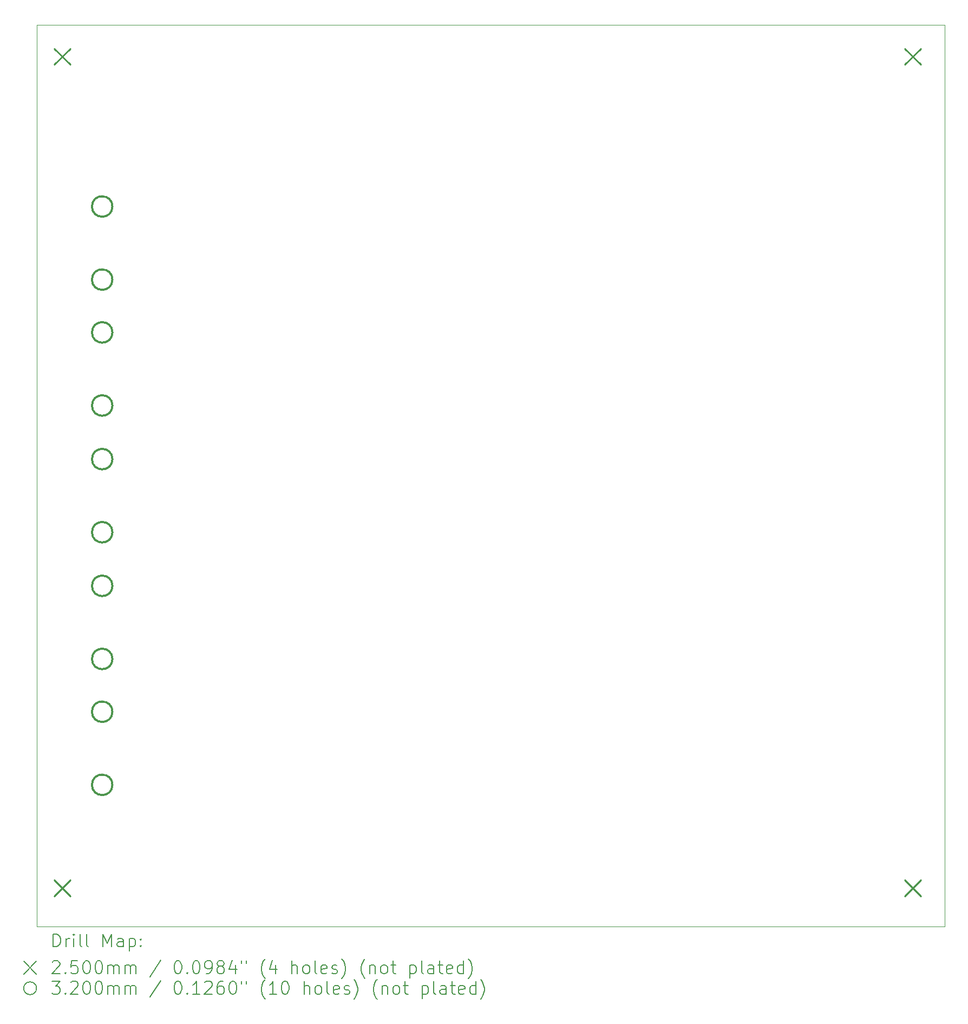
<source format=gbr>
%TF.GenerationSoftware,KiCad,Pcbnew,7.0.8*%
%TF.CreationDate,2023-12-11T18:28:23+01:00*%
%TF.ProjectId,stm_bob,73746d5f-626f-4622-9e6b-696361645f70,rev?*%
%TF.SameCoordinates,Original*%
%TF.FileFunction,Drillmap*%
%TF.FilePolarity,Positive*%
%FSLAX45Y45*%
G04 Gerber Fmt 4.5, Leading zero omitted, Abs format (unit mm)*
G04 Created by KiCad (PCBNEW 7.0.8) date 2023-12-11 18:28:23*
%MOMM*%
%LPD*%
G01*
G04 APERTURE LIST*
%ADD10C,0.100000*%
%ADD11C,0.200000*%
%ADD12C,0.250000*%
%ADD13C,0.320000*%
G04 APERTURE END LIST*
D10*
X2000000Y-3000000D02*
X16200000Y-3000000D01*
X16200000Y-17100000D01*
X2000000Y-17100000D01*
X2000000Y-3000000D01*
D11*
D12*
X2275000Y-3375000D02*
X2525000Y-3625000D01*
X2525000Y-3375000D02*
X2275000Y-3625000D01*
X2275000Y-16375000D02*
X2525000Y-16625000D01*
X2525000Y-16375000D02*
X2275000Y-16625000D01*
X15575000Y-3375000D02*
X15825000Y-3625000D01*
X15825000Y-3375000D02*
X15575000Y-3625000D01*
X15575000Y-16375000D02*
X15825000Y-16625000D01*
X15825000Y-16375000D02*
X15575000Y-16625000D01*
D13*
X3182600Y-5842000D02*
G75*
G03*
X3182600Y-5842000I-160000J0D01*
G01*
X3182600Y-6985000D02*
G75*
G03*
X3182600Y-6985000I-160000J0D01*
G01*
X3182600Y-7810500D02*
G75*
G03*
X3182600Y-7810500I-160000J0D01*
G01*
X3182600Y-8953500D02*
G75*
G03*
X3182600Y-8953500I-160000J0D01*
G01*
X3182600Y-9791700D02*
G75*
G03*
X3182600Y-9791700I-160000J0D01*
G01*
X3182600Y-10934700D02*
G75*
G03*
X3182600Y-10934700I-160000J0D01*
G01*
X3182600Y-11772900D02*
G75*
G03*
X3182600Y-11772900I-160000J0D01*
G01*
X3182600Y-12915900D02*
G75*
G03*
X3182600Y-12915900I-160000J0D01*
G01*
X3182600Y-13741400D02*
G75*
G03*
X3182600Y-13741400I-160000J0D01*
G01*
X3182600Y-14884400D02*
G75*
G03*
X3182600Y-14884400I-160000J0D01*
G01*
D11*
X2255777Y-17416484D02*
X2255777Y-17216484D01*
X2255777Y-17216484D02*
X2303396Y-17216484D01*
X2303396Y-17216484D02*
X2331967Y-17226008D01*
X2331967Y-17226008D02*
X2351015Y-17245055D01*
X2351015Y-17245055D02*
X2360539Y-17264103D01*
X2360539Y-17264103D02*
X2370063Y-17302198D01*
X2370063Y-17302198D02*
X2370063Y-17330770D01*
X2370063Y-17330770D02*
X2360539Y-17368865D01*
X2360539Y-17368865D02*
X2351015Y-17387912D01*
X2351015Y-17387912D02*
X2331967Y-17406960D01*
X2331967Y-17406960D02*
X2303396Y-17416484D01*
X2303396Y-17416484D02*
X2255777Y-17416484D01*
X2455777Y-17416484D02*
X2455777Y-17283150D01*
X2455777Y-17321246D02*
X2465301Y-17302198D01*
X2465301Y-17302198D02*
X2474824Y-17292674D01*
X2474824Y-17292674D02*
X2493872Y-17283150D01*
X2493872Y-17283150D02*
X2512920Y-17283150D01*
X2579586Y-17416484D02*
X2579586Y-17283150D01*
X2579586Y-17216484D02*
X2570063Y-17226008D01*
X2570063Y-17226008D02*
X2579586Y-17235531D01*
X2579586Y-17235531D02*
X2589110Y-17226008D01*
X2589110Y-17226008D02*
X2579586Y-17216484D01*
X2579586Y-17216484D02*
X2579586Y-17235531D01*
X2703396Y-17416484D02*
X2684348Y-17406960D01*
X2684348Y-17406960D02*
X2674824Y-17387912D01*
X2674824Y-17387912D02*
X2674824Y-17216484D01*
X2808158Y-17416484D02*
X2789110Y-17406960D01*
X2789110Y-17406960D02*
X2779586Y-17387912D01*
X2779586Y-17387912D02*
X2779586Y-17216484D01*
X3036729Y-17416484D02*
X3036729Y-17216484D01*
X3036729Y-17216484D02*
X3103396Y-17359341D01*
X3103396Y-17359341D02*
X3170062Y-17216484D01*
X3170062Y-17216484D02*
X3170062Y-17416484D01*
X3351015Y-17416484D02*
X3351015Y-17311722D01*
X3351015Y-17311722D02*
X3341491Y-17292674D01*
X3341491Y-17292674D02*
X3322443Y-17283150D01*
X3322443Y-17283150D02*
X3284348Y-17283150D01*
X3284348Y-17283150D02*
X3265301Y-17292674D01*
X3351015Y-17406960D02*
X3331967Y-17416484D01*
X3331967Y-17416484D02*
X3284348Y-17416484D01*
X3284348Y-17416484D02*
X3265301Y-17406960D01*
X3265301Y-17406960D02*
X3255777Y-17387912D01*
X3255777Y-17387912D02*
X3255777Y-17368865D01*
X3255777Y-17368865D02*
X3265301Y-17349817D01*
X3265301Y-17349817D02*
X3284348Y-17340293D01*
X3284348Y-17340293D02*
X3331967Y-17340293D01*
X3331967Y-17340293D02*
X3351015Y-17330770D01*
X3446253Y-17283150D02*
X3446253Y-17483150D01*
X3446253Y-17292674D02*
X3465301Y-17283150D01*
X3465301Y-17283150D02*
X3503396Y-17283150D01*
X3503396Y-17283150D02*
X3522443Y-17292674D01*
X3522443Y-17292674D02*
X3531967Y-17302198D01*
X3531967Y-17302198D02*
X3541491Y-17321246D01*
X3541491Y-17321246D02*
X3541491Y-17378389D01*
X3541491Y-17378389D02*
X3531967Y-17397436D01*
X3531967Y-17397436D02*
X3522443Y-17406960D01*
X3522443Y-17406960D02*
X3503396Y-17416484D01*
X3503396Y-17416484D02*
X3465301Y-17416484D01*
X3465301Y-17416484D02*
X3446253Y-17406960D01*
X3627205Y-17397436D02*
X3636729Y-17406960D01*
X3636729Y-17406960D02*
X3627205Y-17416484D01*
X3627205Y-17416484D02*
X3617682Y-17406960D01*
X3617682Y-17406960D02*
X3627205Y-17397436D01*
X3627205Y-17397436D02*
X3627205Y-17416484D01*
X3627205Y-17292674D02*
X3636729Y-17302198D01*
X3636729Y-17302198D02*
X3627205Y-17311722D01*
X3627205Y-17311722D02*
X3617682Y-17302198D01*
X3617682Y-17302198D02*
X3627205Y-17292674D01*
X3627205Y-17292674D02*
X3627205Y-17311722D01*
X1795000Y-17645000D02*
X1995000Y-17845000D01*
X1995000Y-17645000D02*
X1795000Y-17845000D01*
X2246253Y-17655531D02*
X2255777Y-17646008D01*
X2255777Y-17646008D02*
X2274824Y-17636484D01*
X2274824Y-17636484D02*
X2322444Y-17636484D01*
X2322444Y-17636484D02*
X2341491Y-17646008D01*
X2341491Y-17646008D02*
X2351015Y-17655531D01*
X2351015Y-17655531D02*
X2360539Y-17674579D01*
X2360539Y-17674579D02*
X2360539Y-17693627D01*
X2360539Y-17693627D02*
X2351015Y-17722198D01*
X2351015Y-17722198D02*
X2236729Y-17836484D01*
X2236729Y-17836484D02*
X2360539Y-17836484D01*
X2446253Y-17817436D02*
X2455777Y-17826960D01*
X2455777Y-17826960D02*
X2446253Y-17836484D01*
X2446253Y-17836484D02*
X2436729Y-17826960D01*
X2436729Y-17826960D02*
X2446253Y-17817436D01*
X2446253Y-17817436D02*
X2446253Y-17836484D01*
X2636729Y-17636484D02*
X2541491Y-17636484D01*
X2541491Y-17636484D02*
X2531967Y-17731722D01*
X2531967Y-17731722D02*
X2541491Y-17722198D01*
X2541491Y-17722198D02*
X2560539Y-17712674D01*
X2560539Y-17712674D02*
X2608158Y-17712674D01*
X2608158Y-17712674D02*
X2627205Y-17722198D01*
X2627205Y-17722198D02*
X2636729Y-17731722D01*
X2636729Y-17731722D02*
X2646253Y-17750770D01*
X2646253Y-17750770D02*
X2646253Y-17798389D01*
X2646253Y-17798389D02*
X2636729Y-17817436D01*
X2636729Y-17817436D02*
X2627205Y-17826960D01*
X2627205Y-17826960D02*
X2608158Y-17836484D01*
X2608158Y-17836484D02*
X2560539Y-17836484D01*
X2560539Y-17836484D02*
X2541491Y-17826960D01*
X2541491Y-17826960D02*
X2531967Y-17817436D01*
X2770063Y-17636484D02*
X2789110Y-17636484D01*
X2789110Y-17636484D02*
X2808158Y-17646008D01*
X2808158Y-17646008D02*
X2817682Y-17655531D01*
X2817682Y-17655531D02*
X2827205Y-17674579D01*
X2827205Y-17674579D02*
X2836729Y-17712674D01*
X2836729Y-17712674D02*
X2836729Y-17760293D01*
X2836729Y-17760293D02*
X2827205Y-17798389D01*
X2827205Y-17798389D02*
X2817682Y-17817436D01*
X2817682Y-17817436D02*
X2808158Y-17826960D01*
X2808158Y-17826960D02*
X2789110Y-17836484D01*
X2789110Y-17836484D02*
X2770063Y-17836484D01*
X2770063Y-17836484D02*
X2751015Y-17826960D01*
X2751015Y-17826960D02*
X2741491Y-17817436D01*
X2741491Y-17817436D02*
X2731967Y-17798389D01*
X2731967Y-17798389D02*
X2722444Y-17760293D01*
X2722444Y-17760293D02*
X2722444Y-17712674D01*
X2722444Y-17712674D02*
X2731967Y-17674579D01*
X2731967Y-17674579D02*
X2741491Y-17655531D01*
X2741491Y-17655531D02*
X2751015Y-17646008D01*
X2751015Y-17646008D02*
X2770063Y-17636484D01*
X2960539Y-17636484D02*
X2979586Y-17636484D01*
X2979586Y-17636484D02*
X2998634Y-17646008D01*
X2998634Y-17646008D02*
X3008158Y-17655531D01*
X3008158Y-17655531D02*
X3017682Y-17674579D01*
X3017682Y-17674579D02*
X3027205Y-17712674D01*
X3027205Y-17712674D02*
X3027205Y-17760293D01*
X3027205Y-17760293D02*
X3017682Y-17798389D01*
X3017682Y-17798389D02*
X3008158Y-17817436D01*
X3008158Y-17817436D02*
X2998634Y-17826960D01*
X2998634Y-17826960D02*
X2979586Y-17836484D01*
X2979586Y-17836484D02*
X2960539Y-17836484D01*
X2960539Y-17836484D02*
X2941491Y-17826960D01*
X2941491Y-17826960D02*
X2931967Y-17817436D01*
X2931967Y-17817436D02*
X2922443Y-17798389D01*
X2922443Y-17798389D02*
X2912920Y-17760293D01*
X2912920Y-17760293D02*
X2912920Y-17712674D01*
X2912920Y-17712674D02*
X2922443Y-17674579D01*
X2922443Y-17674579D02*
X2931967Y-17655531D01*
X2931967Y-17655531D02*
X2941491Y-17646008D01*
X2941491Y-17646008D02*
X2960539Y-17636484D01*
X3112920Y-17836484D02*
X3112920Y-17703150D01*
X3112920Y-17722198D02*
X3122443Y-17712674D01*
X3122443Y-17712674D02*
X3141491Y-17703150D01*
X3141491Y-17703150D02*
X3170063Y-17703150D01*
X3170063Y-17703150D02*
X3189110Y-17712674D01*
X3189110Y-17712674D02*
X3198634Y-17731722D01*
X3198634Y-17731722D02*
X3198634Y-17836484D01*
X3198634Y-17731722D02*
X3208158Y-17712674D01*
X3208158Y-17712674D02*
X3227205Y-17703150D01*
X3227205Y-17703150D02*
X3255777Y-17703150D01*
X3255777Y-17703150D02*
X3274824Y-17712674D01*
X3274824Y-17712674D02*
X3284348Y-17731722D01*
X3284348Y-17731722D02*
X3284348Y-17836484D01*
X3379586Y-17836484D02*
X3379586Y-17703150D01*
X3379586Y-17722198D02*
X3389110Y-17712674D01*
X3389110Y-17712674D02*
X3408158Y-17703150D01*
X3408158Y-17703150D02*
X3436729Y-17703150D01*
X3436729Y-17703150D02*
X3455777Y-17712674D01*
X3455777Y-17712674D02*
X3465301Y-17731722D01*
X3465301Y-17731722D02*
X3465301Y-17836484D01*
X3465301Y-17731722D02*
X3474824Y-17712674D01*
X3474824Y-17712674D02*
X3493872Y-17703150D01*
X3493872Y-17703150D02*
X3522443Y-17703150D01*
X3522443Y-17703150D02*
X3541491Y-17712674D01*
X3541491Y-17712674D02*
X3551015Y-17731722D01*
X3551015Y-17731722D02*
X3551015Y-17836484D01*
X3941491Y-17626960D02*
X3770063Y-17884103D01*
X4198634Y-17636484D02*
X4217682Y-17636484D01*
X4217682Y-17636484D02*
X4236729Y-17646008D01*
X4236729Y-17646008D02*
X4246253Y-17655531D01*
X4246253Y-17655531D02*
X4255777Y-17674579D01*
X4255777Y-17674579D02*
X4265301Y-17712674D01*
X4265301Y-17712674D02*
X4265301Y-17760293D01*
X4265301Y-17760293D02*
X4255777Y-17798389D01*
X4255777Y-17798389D02*
X4246253Y-17817436D01*
X4246253Y-17817436D02*
X4236729Y-17826960D01*
X4236729Y-17826960D02*
X4217682Y-17836484D01*
X4217682Y-17836484D02*
X4198634Y-17836484D01*
X4198634Y-17836484D02*
X4179586Y-17826960D01*
X4179586Y-17826960D02*
X4170063Y-17817436D01*
X4170063Y-17817436D02*
X4160539Y-17798389D01*
X4160539Y-17798389D02*
X4151015Y-17760293D01*
X4151015Y-17760293D02*
X4151015Y-17712674D01*
X4151015Y-17712674D02*
X4160539Y-17674579D01*
X4160539Y-17674579D02*
X4170063Y-17655531D01*
X4170063Y-17655531D02*
X4179586Y-17646008D01*
X4179586Y-17646008D02*
X4198634Y-17636484D01*
X4351015Y-17817436D02*
X4360539Y-17826960D01*
X4360539Y-17826960D02*
X4351015Y-17836484D01*
X4351015Y-17836484D02*
X4341491Y-17826960D01*
X4341491Y-17826960D02*
X4351015Y-17817436D01*
X4351015Y-17817436D02*
X4351015Y-17836484D01*
X4484348Y-17636484D02*
X4503396Y-17636484D01*
X4503396Y-17636484D02*
X4522444Y-17646008D01*
X4522444Y-17646008D02*
X4531968Y-17655531D01*
X4531968Y-17655531D02*
X4541491Y-17674579D01*
X4541491Y-17674579D02*
X4551015Y-17712674D01*
X4551015Y-17712674D02*
X4551015Y-17760293D01*
X4551015Y-17760293D02*
X4541491Y-17798389D01*
X4541491Y-17798389D02*
X4531968Y-17817436D01*
X4531968Y-17817436D02*
X4522444Y-17826960D01*
X4522444Y-17826960D02*
X4503396Y-17836484D01*
X4503396Y-17836484D02*
X4484348Y-17836484D01*
X4484348Y-17836484D02*
X4465301Y-17826960D01*
X4465301Y-17826960D02*
X4455777Y-17817436D01*
X4455777Y-17817436D02*
X4446253Y-17798389D01*
X4446253Y-17798389D02*
X4436729Y-17760293D01*
X4436729Y-17760293D02*
X4436729Y-17712674D01*
X4436729Y-17712674D02*
X4446253Y-17674579D01*
X4446253Y-17674579D02*
X4455777Y-17655531D01*
X4455777Y-17655531D02*
X4465301Y-17646008D01*
X4465301Y-17646008D02*
X4484348Y-17636484D01*
X4646253Y-17836484D02*
X4684348Y-17836484D01*
X4684348Y-17836484D02*
X4703396Y-17826960D01*
X4703396Y-17826960D02*
X4712920Y-17817436D01*
X4712920Y-17817436D02*
X4731968Y-17788865D01*
X4731968Y-17788865D02*
X4741491Y-17750770D01*
X4741491Y-17750770D02*
X4741491Y-17674579D01*
X4741491Y-17674579D02*
X4731968Y-17655531D01*
X4731968Y-17655531D02*
X4722444Y-17646008D01*
X4722444Y-17646008D02*
X4703396Y-17636484D01*
X4703396Y-17636484D02*
X4665301Y-17636484D01*
X4665301Y-17636484D02*
X4646253Y-17646008D01*
X4646253Y-17646008D02*
X4636729Y-17655531D01*
X4636729Y-17655531D02*
X4627206Y-17674579D01*
X4627206Y-17674579D02*
X4627206Y-17722198D01*
X4627206Y-17722198D02*
X4636729Y-17741246D01*
X4636729Y-17741246D02*
X4646253Y-17750770D01*
X4646253Y-17750770D02*
X4665301Y-17760293D01*
X4665301Y-17760293D02*
X4703396Y-17760293D01*
X4703396Y-17760293D02*
X4722444Y-17750770D01*
X4722444Y-17750770D02*
X4731968Y-17741246D01*
X4731968Y-17741246D02*
X4741491Y-17722198D01*
X4855777Y-17722198D02*
X4836729Y-17712674D01*
X4836729Y-17712674D02*
X4827206Y-17703150D01*
X4827206Y-17703150D02*
X4817682Y-17684103D01*
X4817682Y-17684103D02*
X4817682Y-17674579D01*
X4817682Y-17674579D02*
X4827206Y-17655531D01*
X4827206Y-17655531D02*
X4836729Y-17646008D01*
X4836729Y-17646008D02*
X4855777Y-17636484D01*
X4855777Y-17636484D02*
X4893872Y-17636484D01*
X4893872Y-17636484D02*
X4912920Y-17646008D01*
X4912920Y-17646008D02*
X4922444Y-17655531D01*
X4922444Y-17655531D02*
X4931968Y-17674579D01*
X4931968Y-17674579D02*
X4931968Y-17684103D01*
X4931968Y-17684103D02*
X4922444Y-17703150D01*
X4922444Y-17703150D02*
X4912920Y-17712674D01*
X4912920Y-17712674D02*
X4893872Y-17722198D01*
X4893872Y-17722198D02*
X4855777Y-17722198D01*
X4855777Y-17722198D02*
X4836729Y-17731722D01*
X4836729Y-17731722D02*
X4827206Y-17741246D01*
X4827206Y-17741246D02*
X4817682Y-17760293D01*
X4817682Y-17760293D02*
X4817682Y-17798389D01*
X4817682Y-17798389D02*
X4827206Y-17817436D01*
X4827206Y-17817436D02*
X4836729Y-17826960D01*
X4836729Y-17826960D02*
X4855777Y-17836484D01*
X4855777Y-17836484D02*
X4893872Y-17836484D01*
X4893872Y-17836484D02*
X4912920Y-17826960D01*
X4912920Y-17826960D02*
X4922444Y-17817436D01*
X4922444Y-17817436D02*
X4931968Y-17798389D01*
X4931968Y-17798389D02*
X4931968Y-17760293D01*
X4931968Y-17760293D02*
X4922444Y-17741246D01*
X4922444Y-17741246D02*
X4912920Y-17731722D01*
X4912920Y-17731722D02*
X4893872Y-17722198D01*
X5103396Y-17703150D02*
X5103396Y-17836484D01*
X5055777Y-17626960D02*
X5008158Y-17769817D01*
X5008158Y-17769817D02*
X5131968Y-17769817D01*
X5198634Y-17636484D02*
X5198634Y-17674579D01*
X5274825Y-17636484D02*
X5274825Y-17674579D01*
X5570063Y-17912674D02*
X5560539Y-17903150D01*
X5560539Y-17903150D02*
X5541491Y-17874579D01*
X5541491Y-17874579D02*
X5531968Y-17855531D01*
X5531968Y-17855531D02*
X5522444Y-17826960D01*
X5522444Y-17826960D02*
X5512920Y-17779341D01*
X5512920Y-17779341D02*
X5512920Y-17741246D01*
X5512920Y-17741246D02*
X5522444Y-17693627D01*
X5522444Y-17693627D02*
X5531968Y-17665055D01*
X5531968Y-17665055D02*
X5541491Y-17646008D01*
X5541491Y-17646008D02*
X5560539Y-17617436D01*
X5560539Y-17617436D02*
X5570063Y-17607912D01*
X5731968Y-17703150D02*
X5731968Y-17836484D01*
X5684348Y-17626960D02*
X5636729Y-17769817D01*
X5636729Y-17769817D02*
X5760539Y-17769817D01*
X5989110Y-17836484D02*
X5989110Y-17636484D01*
X6074825Y-17836484D02*
X6074825Y-17731722D01*
X6074825Y-17731722D02*
X6065301Y-17712674D01*
X6065301Y-17712674D02*
X6046253Y-17703150D01*
X6046253Y-17703150D02*
X6017682Y-17703150D01*
X6017682Y-17703150D02*
X5998634Y-17712674D01*
X5998634Y-17712674D02*
X5989110Y-17722198D01*
X6198634Y-17836484D02*
X6179587Y-17826960D01*
X6179587Y-17826960D02*
X6170063Y-17817436D01*
X6170063Y-17817436D02*
X6160539Y-17798389D01*
X6160539Y-17798389D02*
X6160539Y-17741246D01*
X6160539Y-17741246D02*
X6170063Y-17722198D01*
X6170063Y-17722198D02*
X6179587Y-17712674D01*
X6179587Y-17712674D02*
X6198634Y-17703150D01*
X6198634Y-17703150D02*
X6227206Y-17703150D01*
X6227206Y-17703150D02*
X6246253Y-17712674D01*
X6246253Y-17712674D02*
X6255777Y-17722198D01*
X6255777Y-17722198D02*
X6265301Y-17741246D01*
X6265301Y-17741246D02*
X6265301Y-17798389D01*
X6265301Y-17798389D02*
X6255777Y-17817436D01*
X6255777Y-17817436D02*
X6246253Y-17826960D01*
X6246253Y-17826960D02*
X6227206Y-17836484D01*
X6227206Y-17836484D02*
X6198634Y-17836484D01*
X6379587Y-17836484D02*
X6360539Y-17826960D01*
X6360539Y-17826960D02*
X6351015Y-17807912D01*
X6351015Y-17807912D02*
X6351015Y-17636484D01*
X6531968Y-17826960D02*
X6512920Y-17836484D01*
X6512920Y-17836484D02*
X6474825Y-17836484D01*
X6474825Y-17836484D02*
X6455777Y-17826960D01*
X6455777Y-17826960D02*
X6446253Y-17807912D01*
X6446253Y-17807912D02*
X6446253Y-17731722D01*
X6446253Y-17731722D02*
X6455777Y-17712674D01*
X6455777Y-17712674D02*
X6474825Y-17703150D01*
X6474825Y-17703150D02*
X6512920Y-17703150D01*
X6512920Y-17703150D02*
X6531968Y-17712674D01*
X6531968Y-17712674D02*
X6541491Y-17731722D01*
X6541491Y-17731722D02*
X6541491Y-17750770D01*
X6541491Y-17750770D02*
X6446253Y-17769817D01*
X6617682Y-17826960D02*
X6636730Y-17836484D01*
X6636730Y-17836484D02*
X6674825Y-17836484D01*
X6674825Y-17836484D02*
X6693872Y-17826960D01*
X6693872Y-17826960D02*
X6703396Y-17807912D01*
X6703396Y-17807912D02*
X6703396Y-17798389D01*
X6703396Y-17798389D02*
X6693872Y-17779341D01*
X6693872Y-17779341D02*
X6674825Y-17769817D01*
X6674825Y-17769817D02*
X6646253Y-17769817D01*
X6646253Y-17769817D02*
X6627206Y-17760293D01*
X6627206Y-17760293D02*
X6617682Y-17741246D01*
X6617682Y-17741246D02*
X6617682Y-17731722D01*
X6617682Y-17731722D02*
X6627206Y-17712674D01*
X6627206Y-17712674D02*
X6646253Y-17703150D01*
X6646253Y-17703150D02*
X6674825Y-17703150D01*
X6674825Y-17703150D02*
X6693872Y-17712674D01*
X6770063Y-17912674D02*
X6779587Y-17903150D01*
X6779587Y-17903150D02*
X6798634Y-17874579D01*
X6798634Y-17874579D02*
X6808158Y-17855531D01*
X6808158Y-17855531D02*
X6817682Y-17826960D01*
X6817682Y-17826960D02*
X6827206Y-17779341D01*
X6827206Y-17779341D02*
X6827206Y-17741246D01*
X6827206Y-17741246D02*
X6817682Y-17693627D01*
X6817682Y-17693627D02*
X6808158Y-17665055D01*
X6808158Y-17665055D02*
X6798634Y-17646008D01*
X6798634Y-17646008D02*
X6779587Y-17617436D01*
X6779587Y-17617436D02*
X6770063Y-17607912D01*
X7131968Y-17912674D02*
X7122444Y-17903150D01*
X7122444Y-17903150D02*
X7103396Y-17874579D01*
X7103396Y-17874579D02*
X7093872Y-17855531D01*
X7093872Y-17855531D02*
X7084349Y-17826960D01*
X7084349Y-17826960D02*
X7074825Y-17779341D01*
X7074825Y-17779341D02*
X7074825Y-17741246D01*
X7074825Y-17741246D02*
X7084349Y-17693627D01*
X7084349Y-17693627D02*
X7093872Y-17665055D01*
X7093872Y-17665055D02*
X7103396Y-17646008D01*
X7103396Y-17646008D02*
X7122444Y-17617436D01*
X7122444Y-17617436D02*
X7131968Y-17607912D01*
X7208158Y-17703150D02*
X7208158Y-17836484D01*
X7208158Y-17722198D02*
X7217682Y-17712674D01*
X7217682Y-17712674D02*
X7236730Y-17703150D01*
X7236730Y-17703150D02*
X7265301Y-17703150D01*
X7265301Y-17703150D02*
X7284349Y-17712674D01*
X7284349Y-17712674D02*
X7293872Y-17731722D01*
X7293872Y-17731722D02*
X7293872Y-17836484D01*
X7417682Y-17836484D02*
X7398634Y-17826960D01*
X7398634Y-17826960D02*
X7389111Y-17817436D01*
X7389111Y-17817436D02*
X7379587Y-17798389D01*
X7379587Y-17798389D02*
X7379587Y-17741246D01*
X7379587Y-17741246D02*
X7389111Y-17722198D01*
X7389111Y-17722198D02*
X7398634Y-17712674D01*
X7398634Y-17712674D02*
X7417682Y-17703150D01*
X7417682Y-17703150D02*
X7446253Y-17703150D01*
X7446253Y-17703150D02*
X7465301Y-17712674D01*
X7465301Y-17712674D02*
X7474825Y-17722198D01*
X7474825Y-17722198D02*
X7484349Y-17741246D01*
X7484349Y-17741246D02*
X7484349Y-17798389D01*
X7484349Y-17798389D02*
X7474825Y-17817436D01*
X7474825Y-17817436D02*
X7465301Y-17826960D01*
X7465301Y-17826960D02*
X7446253Y-17836484D01*
X7446253Y-17836484D02*
X7417682Y-17836484D01*
X7541492Y-17703150D02*
X7617682Y-17703150D01*
X7570063Y-17636484D02*
X7570063Y-17807912D01*
X7570063Y-17807912D02*
X7579587Y-17826960D01*
X7579587Y-17826960D02*
X7598634Y-17836484D01*
X7598634Y-17836484D02*
X7617682Y-17836484D01*
X7836730Y-17703150D02*
X7836730Y-17903150D01*
X7836730Y-17712674D02*
X7855777Y-17703150D01*
X7855777Y-17703150D02*
X7893873Y-17703150D01*
X7893873Y-17703150D02*
X7912920Y-17712674D01*
X7912920Y-17712674D02*
X7922444Y-17722198D01*
X7922444Y-17722198D02*
X7931968Y-17741246D01*
X7931968Y-17741246D02*
X7931968Y-17798389D01*
X7931968Y-17798389D02*
X7922444Y-17817436D01*
X7922444Y-17817436D02*
X7912920Y-17826960D01*
X7912920Y-17826960D02*
X7893873Y-17836484D01*
X7893873Y-17836484D02*
X7855777Y-17836484D01*
X7855777Y-17836484D02*
X7836730Y-17826960D01*
X8046253Y-17836484D02*
X8027206Y-17826960D01*
X8027206Y-17826960D02*
X8017682Y-17807912D01*
X8017682Y-17807912D02*
X8017682Y-17636484D01*
X8208158Y-17836484D02*
X8208158Y-17731722D01*
X8208158Y-17731722D02*
X8198634Y-17712674D01*
X8198634Y-17712674D02*
X8179587Y-17703150D01*
X8179587Y-17703150D02*
X8141492Y-17703150D01*
X8141492Y-17703150D02*
X8122444Y-17712674D01*
X8208158Y-17826960D02*
X8189111Y-17836484D01*
X8189111Y-17836484D02*
X8141492Y-17836484D01*
X8141492Y-17836484D02*
X8122444Y-17826960D01*
X8122444Y-17826960D02*
X8112920Y-17807912D01*
X8112920Y-17807912D02*
X8112920Y-17788865D01*
X8112920Y-17788865D02*
X8122444Y-17769817D01*
X8122444Y-17769817D02*
X8141492Y-17760293D01*
X8141492Y-17760293D02*
X8189111Y-17760293D01*
X8189111Y-17760293D02*
X8208158Y-17750770D01*
X8274825Y-17703150D02*
X8351015Y-17703150D01*
X8303396Y-17636484D02*
X8303396Y-17807912D01*
X8303396Y-17807912D02*
X8312920Y-17826960D01*
X8312920Y-17826960D02*
X8331968Y-17836484D01*
X8331968Y-17836484D02*
X8351015Y-17836484D01*
X8493873Y-17826960D02*
X8474825Y-17836484D01*
X8474825Y-17836484D02*
X8436730Y-17836484D01*
X8436730Y-17836484D02*
X8417682Y-17826960D01*
X8417682Y-17826960D02*
X8408158Y-17807912D01*
X8408158Y-17807912D02*
X8408158Y-17731722D01*
X8408158Y-17731722D02*
X8417682Y-17712674D01*
X8417682Y-17712674D02*
X8436730Y-17703150D01*
X8436730Y-17703150D02*
X8474825Y-17703150D01*
X8474825Y-17703150D02*
X8493873Y-17712674D01*
X8493873Y-17712674D02*
X8503396Y-17731722D01*
X8503396Y-17731722D02*
X8503396Y-17750770D01*
X8503396Y-17750770D02*
X8408158Y-17769817D01*
X8674825Y-17836484D02*
X8674825Y-17636484D01*
X8674825Y-17826960D02*
X8655777Y-17836484D01*
X8655777Y-17836484D02*
X8617682Y-17836484D01*
X8617682Y-17836484D02*
X8598635Y-17826960D01*
X8598635Y-17826960D02*
X8589111Y-17817436D01*
X8589111Y-17817436D02*
X8579587Y-17798389D01*
X8579587Y-17798389D02*
X8579587Y-17741246D01*
X8579587Y-17741246D02*
X8589111Y-17722198D01*
X8589111Y-17722198D02*
X8598635Y-17712674D01*
X8598635Y-17712674D02*
X8617682Y-17703150D01*
X8617682Y-17703150D02*
X8655777Y-17703150D01*
X8655777Y-17703150D02*
X8674825Y-17712674D01*
X8751016Y-17912674D02*
X8760539Y-17903150D01*
X8760539Y-17903150D02*
X8779587Y-17874579D01*
X8779587Y-17874579D02*
X8789111Y-17855531D01*
X8789111Y-17855531D02*
X8798635Y-17826960D01*
X8798635Y-17826960D02*
X8808158Y-17779341D01*
X8808158Y-17779341D02*
X8808158Y-17741246D01*
X8808158Y-17741246D02*
X8798635Y-17693627D01*
X8798635Y-17693627D02*
X8789111Y-17665055D01*
X8789111Y-17665055D02*
X8779587Y-17646008D01*
X8779587Y-17646008D02*
X8760539Y-17617436D01*
X8760539Y-17617436D02*
X8751016Y-17607912D01*
X1995000Y-18065000D02*
G75*
G03*
X1995000Y-18065000I-100000J0D01*
G01*
X2236729Y-17956484D02*
X2360539Y-17956484D01*
X2360539Y-17956484D02*
X2293872Y-18032674D01*
X2293872Y-18032674D02*
X2322444Y-18032674D01*
X2322444Y-18032674D02*
X2341491Y-18042198D01*
X2341491Y-18042198D02*
X2351015Y-18051722D01*
X2351015Y-18051722D02*
X2360539Y-18070770D01*
X2360539Y-18070770D02*
X2360539Y-18118389D01*
X2360539Y-18118389D02*
X2351015Y-18137436D01*
X2351015Y-18137436D02*
X2341491Y-18146960D01*
X2341491Y-18146960D02*
X2322444Y-18156484D01*
X2322444Y-18156484D02*
X2265301Y-18156484D01*
X2265301Y-18156484D02*
X2246253Y-18146960D01*
X2246253Y-18146960D02*
X2236729Y-18137436D01*
X2446253Y-18137436D02*
X2455777Y-18146960D01*
X2455777Y-18146960D02*
X2446253Y-18156484D01*
X2446253Y-18156484D02*
X2436729Y-18146960D01*
X2436729Y-18146960D02*
X2446253Y-18137436D01*
X2446253Y-18137436D02*
X2446253Y-18156484D01*
X2531967Y-17975531D02*
X2541491Y-17966008D01*
X2541491Y-17966008D02*
X2560539Y-17956484D01*
X2560539Y-17956484D02*
X2608158Y-17956484D01*
X2608158Y-17956484D02*
X2627205Y-17966008D01*
X2627205Y-17966008D02*
X2636729Y-17975531D01*
X2636729Y-17975531D02*
X2646253Y-17994579D01*
X2646253Y-17994579D02*
X2646253Y-18013627D01*
X2646253Y-18013627D02*
X2636729Y-18042198D01*
X2636729Y-18042198D02*
X2522444Y-18156484D01*
X2522444Y-18156484D02*
X2646253Y-18156484D01*
X2770063Y-17956484D02*
X2789110Y-17956484D01*
X2789110Y-17956484D02*
X2808158Y-17966008D01*
X2808158Y-17966008D02*
X2817682Y-17975531D01*
X2817682Y-17975531D02*
X2827205Y-17994579D01*
X2827205Y-17994579D02*
X2836729Y-18032674D01*
X2836729Y-18032674D02*
X2836729Y-18080293D01*
X2836729Y-18080293D02*
X2827205Y-18118389D01*
X2827205Y-18118389D02*
X2817682Y-18137436D01*
X2817682Y-18137436D02*
X2808158Y-18146960D01*
X2808158Y-18146960D02*
X2789110Y-18156484D01*
X2789110Y-18156484D02*
X2770063Y-18156484D01*
X2770063Y-18156484D02*
X2751015Y-18146960D01*
X2751015Y-18146960D02*
X2741491Y-18137436D01*
X2741491Y-18137436D02*
X2731967Y-18118389D01*
X2731967Y-18118389D02*
X2722444Y-18080293D01*
X2722444Y-18080293D02*
X2722444Y-18032674D01*
X2722444Y-18032674D02*
X2731967Y-17994579D01*
X2731967Y-17994579D02*
X2741491Y-17975531D01*
X2741491Y-17975531D02*
X2751015Y-17966008D01*
X2751015Y-17966008D02*
X2770063Y-17956484D01*
X2960539Y-17956484D02*
X2979586Y-17956484D01*
X2979586Y-17956484D02*
X2998634Y-17966008D01*
X2998634Y-17966008D02*
X3008158Y-17975531D01*
X3008158Y-17975531D02*
X3017682Y-17994579D01*
X3017682Y-17994579D02*
X3027205Y-18032674D01*
X3027205Y-18032674D02*
X3027205Y-18080293D01*
X3027205Y-18080293D02*
X3017682Y-18118389D01*
X3017682Y-18118389D02*
X3008158Y-18137436D01*
X3008158Y-18137436D02*
X2998634Y-18146960D01*
X2998634Y-18146960D02*
X2979586Y-18156484D01*
X2979586Y-18156484D02*
X2960539Y-18156484D01*
X2960539Y-18156484D02*
X2941491Y-18146960D01*
X2941491Y-18146960D02*
X2931967Y-18137436D01*
X2931967Y-18137436D02*
X2922443Y-18118389D01*
X2922443Y-18118389D02*
X2912920Y-18080293D01*
X2912920Y-18080293D02*
X2912920Y-18032674D01*
X2912920Y-18032674D02*
X2922443Y-17994579D01*
X2922443Y-17994579D02*
X2931967Y-17975531D01*
X2931967Y-17975531D02*
X2941491Y-17966008D01*
X2941491Y-17966008D02*
X2960539Y-17956484D01*
X3112920Y-18156484D02*
X3112920Y-18023150D01*
X3112920Y-18042198D02*
X3122443Y-18032674D01*
X3122443Y-18032674D02*
X3141491Y-18023150D01*
X3141491Y-18023150D02*
X3170063Y-18023150D01*
X3170063Y-18023150D02*
X3189110Y-18032674D01*
X3189110Y-18032674D02*
X3198634Y-18051722D01*
X3198634Y-18051722D02*
X3198634Y-18156484D01*
X3198634Y-18051722D02*
X3208158Y-18032674D01*
X3208158Y-18032674D02*
X3227205Y-18023150D01*
X3227205Y-18023150D02*
X3255777Y-18023150D01*
X3255777Y-18023150D02*
X3274824Y-18032674D01*
X3274824Y-18032674D02*
X3284348Y-18051722D01*
X3284348Y-18051722D02*
X3284348Y-18156484D01*
X3379586Y-18156484D02*
X3379586Y-18023150D01*
X3379586Y-18042198D02*
X3389110Y-18032674D01*
X3389110Y-18032674D02*
X3408158Y-18023150D01*
X3408158Y-18023150D02*
X3436729Y-18023150D01*
X3436729Y-18023150D02*
X3455777Y-18032674D01*
X3455777Y-18032674D02*
X3465301Y-18051722D01*
X3465301Y-18051722D02*
X3465301Y-18156484D01*
X3465301Y-18051722D02*
X3474824Y-18032674D01*
X3474824Y-18032674D02*
X3493872Y-18023150D01*
X3493872Y-18023150D02*
X3522443Y-18023150D01*
X3522443Y-18023150D02*
X3541491Y-18032674D01*
X3541491Y-18032674D02*
X3551015Y-18051722D01*
X3551015Y-18051722D02*
X3551015Y-18156484D01*
X3941491Y-17946960D02*
X3770063Y-18204103D01*
X4198634Y-17956484D02*
X4217682Y-17956484D01*
X4217682Y-17956484D02*
X4236729Y-17966008D01*
X4236729Y-17966008D02*
X4246253Y-17975531D01*
X4246253Y-17975531D02*
X4255777Y-17994579D01*
X4255777Y-17994579D02*
X4265301Y-18032674D01*
X4265301Y-18032674D02*
X4265301Y-18080293D01*
X4265301Y-18080293D02*
X4255777Y-18118389D01*
X4255777Y-18118389D02*
X4246253Y-18137436D01*
X4246253Y-18137436D02*
X4236729Y-18146960D01*
X4236729Y-18146960D02*
X4217682Y-18156484D01*
X4217682Y-18156484D02*
X4198634Y-18156484D01*
X4198634Y-18156484D02*
X4179586Y-18146960D01*
X4179586Y-18146960D02*
X4170063Y-18137436D01*
X4170063Y-18137436D02*
X4160539Y-18118389D01*
X4160539Y-18118389D02*
X4151015Y-18080293D01*
X4151015Y-18080293D02*
X4151015Y-18032674D01*
X4151015Y-18032674D02*
X4160539Y-17994579D01*
X4160539Y-17994579D02*
X4170063Y-17975531D01*
X4170063Y-17975531D02*
X4179586Y-17966008D01*
X4179586Y-17966008D02*
X4198634Y-17956484D01*
X4351015Y-18137436D02*
X4360539Y-18146960D01*
X4360539Y-18146960D02*
X4351015Y-18156484D01*
X4351015Y-18156484D02*
X4341491Y-18146960D01*
X4341491Y-18146960D02*
X4351015Y-18137436D01*
X4351015Y-18137436D02*
X4351015Y-18156484D01*
X4551015Y-18156484D02*
X4436729Y-18156484D01*
X4493872Y-18156484D02*
X4493872Y-17956484D01*
X4493872Y-17956484D02*
X4474825Y-17985055D01*
X4474825Y-17985055D02*
X4455777Y-18004103D01*
X4455777Y-18004103D02*
X4436729Y-18013627D01*
X4627206Y-17975531D02*
X4636729Y-17966008D01*
X4636729Y-17966008D02*
X4655777Y-17956484D01*
X4655777Y-17956484D02*
X4703396Y-17956484D01*
X4703396Y-17956484D02*
X4722444Y-17966008D01*
X4722444Y-17966008D02*
X4731968Y-17975531D01*
X4731968Y-17975531D02*
X4741491Y-17994579D01*
X4741491Y-17994579D02*
X4741491Y-18013627D01*
X4741491Y-18013627D02*
X4731968Y-18042198D01*
X4731968Y-18042198D02*
X4617682Y-18156484D01*
X4617682Y-18156484D02*
X4741491Y-18156484D01*
X4912920Y-17956484D02*
X4874825Y-17956484D01*
X4874825Y-17956484D02*
X4855777Y-17966008D01*
X4855777Y-17966008D02*
X4846253Y-17975531D01*
X4846253Y-17975531D02*
X4827206Y-18004103D01*
X4827206Y-18004103D02*
X4817682Y-18042198D01*
X4817682Y-18042198D02*
X4817682Y-18118389D01*
X4817682Y-18118389D02*
X4827206Y-18137436D01*
X4827206Y-18137436D02*
X4836729Y-18146960D01*
X4836729Y-18146960D02*
X4855777Y-18156484D01*
X4855777Y-18156484D02*
X4893872Y-18156484D01*
X4893872Y-18156484D02*
X4912920Y-18146960D01*
X4912920Y-18146960D02*
X4922444Y-18137436D01*
X4922444Y-18137436D02*
X4931968Y-18118389D01*
X4931968Y-18118389D02*
X4931968Y-18070770D01*
X4931968Y-18070770D02*
X4922444Y-18051722D01*
X4922444Y-18051722D02*
X4912920Y-18042198D01*
X4912920Y-18042198D02*
X4893872Y-18032674D01*
X4893872Y-18032674D02*
X4855777Y-18032674D01*
X4855777Y-18032674D02*
X4836729Y-18042198D01*
X4836729Y-18042198D02*
X4827206Y-18051722D01*
X4827206Y-18051722D02*
X4817682Y-18070770D01*
X5055777Y-17956484D02*
X5074825Y-17956484D01*
X5074825Y-17956484D02*
X5093872Y-17966008D01*
X5093872Y-17966008D02*
X5103396Y-17975531D01*
X5103396Y-17975531D02*
X5112920Y-17994579D01*
X5112920Y-17994579D02*
X5122444Y-18032674D01*
X5122444Y-18032674D02*
X5122444Y-18080293D01*
X5122444Y-18080293D02*
X5112920Y-18118389D01*
X5112920Y-18118389D02*
X5103396Y-18137436D01*
X5103396Y-18137436D02*
X5093872Y-18146960D01*
X5093872Y-18146960D02*
X5074825Y-18156484D01*
X5074825Y-18156484D02*
X5055777Y-18156484D01*
X5055777Y-18156484D02*
X5036729Y-18146960D01*
X5036729Y-18146960D02*
X5027206Y-18137436D01*
X5027206Y-18137436D02*
X5017682Y-18118389D01*
X5017682Y-18118389D02*
X5008158Y-18080293D01*
X5008158Y-18080293D02*
X5008158Y-18032674D01*
X5008158Y-18032674D02*
X5017682Y-17994579D01*
X5017682Y-17994579D02*
X5027206Y-17975531D01*
X5027206Y-17975531D02*
X5036729Y-17966008D01*
X5036729Y-17966008D02*
X5055777Y-17956484D01*
X5198634Y-17956484D02*
X5198634Y-17994579D01*
X5274825Y-17956484D02*
X5274825Y-17994579D01*
X5570063Y-18232674D02*
X5560539Y-18223150D01*
X5560539Y-18223150D02*
X5541491Y-18194579D01*
X5541491Y-18194579D02*
X5531968Y-18175531D01*
X5531968Y-18175531D02*
X5522444Y-18146960D01*
X5522444Y-18146960D02*
X5512920Y-18099341D01*
X5512920Y-18099341D02*
X5512920Y-18061246D01*
X5512920Y-18061246D02*
X5522444Y-18013627D01*
X5522444Y-18013627D02*
X5531968Y-17985055D01*
X5531968Y-17985055D02*
X5541491Y-17966008D01*
X5541491Y-17966008D02*
X5560539Y-17937436D01*
X5560539Y-17937436D02*
X5570063Y-17927912D01*
X5751015Y-18156484D02*
X5636729Y-18156484D01*
X5693872Y-18156484D02*
X5693872Y-17956484D01*
X5693872Y-17956484D02*
X5674825Y-17985055D01*
X5674825Y-17985055D02*
X5655777Y-18004103D01*
X5655777Y-18004103D02*
X5636729Y-18013627D01*
X5874825Y-17956484D02*
X5893872Y-17956484D01*
X5893872Y-17956484D02*
X5912920Y-17966008D01*
X5912920Y-17966008D02*
X5922444Y-17975531D01*
X5922444Y-17975531D02*
X5931968Y-17994579D01*
X5931968Y-17994579D02*
X5941491Y-18032674D01*
X5941491Y-18032674D02*
X5941491Y-18080293D01*
X5941491Y-18080293D02*
X5931968Y-18118389D01*
X5931968Y-18118389D02*
X5922444Y-18137436D01*
X5922444Y-18137436D02*
X5912920Y-18146960D01*
X5912920Y-18146960D02*
X5893872Y-18156484D01*
X5893872Y-18156484D02*
X5874825Y-18156484D01*
X5874825Y-18156484D02*
X5855777Y-18146960D01*
X5855777Y-18146960D02*
X5846253Y-18137436D01*
X5846253Y-18137436D02*
X5836729Y-18118389D01*
X5836729Y-18118389D02*
X5827206Y-18080293D01*
X5827206Y-18080293D02*
X5827206Y-18032674D01*
X5827206Y-18032674D02*
X5836729Y-17994579D01*
X5836729Y-17994579D02*
X5846253Y-17975531D01*
X5846253Y-17975531D02*
X5855777Y-17966008D01*
X5855777Y-17966008D02*
X5874825Y-17956484D01*
X6179587Y-18156484D02*
X6179587Y-17956484D01*
X6265301Y-18156484D02*
X6265301Y-18051722D01*
X6265301Y-18051722D02*
X6255777Y-18032674D01*
X6255777Y-18032674D02*
X6236730Y-18023150D01*
X6236730Y-18023150D02*
X6208158Y-18023150D01*
X6208158Y-18023150D02*
X6189110Y-18032674D01*
X6189110Y-18032674D02*
X6179587Y-18042198D01*
X6389110Y-18156484D02*
X6370063Y-18146960D01*
X6370063Y-18146960D02*
X6360539Y-18137436D01*
X6360539Y-18137436D02*
X6351015Y-18118389D01*
X6351015Y-18118389D02*
X6351015Y-18061246D01*
X6351015Y-18061246D02*
X6360539Y-18042198D01*
X6360539Y-18042198D02*
X6370063Y-18032674D01*
X6370063Y-18032674D02*
X6389110Y-18023150D01*
X6389110Y-18023150D02*
X6417682Y-18023150D01*
X6417682Y-18023150D02*
X6436730Y-18032674D01*
X6436730Y-18032674D02*
X6446253Y-18042198D01*
X6446253Y-18042198D02*
X6455777Y-18061246D01*
X6455777Y-18061246D02*
X6455777Y-18118389D01*
X6455777Y-18118389D02*
X6446253Y-18137436D01*
X6446253Y-18137436D02*
X6436730Y-18146960D01*
X6436730Y-18146960D02*
X6417682Y-18156484D01*
X6417682Y-18156484D02*
X6389110Y-18156484D01*
X6570063Y-18156484D02*
X6551015Y-18146960D01*
X6551015Y-18146960D02*
X6541491Y-18127912D01*
X6541491Y-18127912D02*
X6541491Y-17956484D01*
X6722444Y-18146960D02*
X6703396Y-18156484D01*
X6703396Y-18156484D02*
X6665301Y-18156484D01*
X6665301Y-18156484D02*
X6646253Y-18146960D01*
X6646253Y-18146960D02*
X6636730Y-18127912D01*
X6636730Y-18127912D02*
X6636730Y-18051722D01*
X6636730Y-18051722D02*
X6646253Y-18032674D01*
X6646253Y-18032674D02*
X6665301Y-18023150D01*
X6665301Y-18023150D02*
X6703396Y-18023150D01*
X6703396Y-18023150D02*
X6722444Y-18032674D01*
X6722444Y-18032674D02*
X6731968Y-18051722D01*
X6731968Y-18051722D02*
X6731968Y-18070770D01*
X6731968Y-18070770D02*
X6636730Y-18089817D01*
X6808158Y-18146960D02*
X6827206Y-18156484D01*
X6827206Y-18156484D02*
X6865301Y-18156484D01*
X6865301Y-18156484D02*
X6884349Y-18146960D01*
X6884349Y-18146960D02*
X6893872Y-18127912D01*
X6893872Y-18127912D02*
X6893872Y-18118389D01*
X6893872Y-18118389D02*
X6884349Y-18099341D01*
X6884349Y-18099341D02*
X6865301Y-18089817D01*
X6865301Y-18089817D02*
X6836730Y-18089817D01*
X6836730Y-18089817D02*
X6817682Y-18080293D01*
X6817682Y-18080293D02*
X6808158Y-18061246D01*
X6808158Y-18061246D02*
X6808158Y-18051722D01*
X6808158Y-18051722D02*
X6817682Y-18032674D01*
X6817682Y-18032674D02*
X6836730Y-18023150D01*
X6836730Y-18023150D02*
X6865301Y-18023150D01*
X6865301Y-18023150D02*
X6884349Y-18032674D01*
X6960539Y-18232674D02*
X6970063Y-18223150D01*
X6970063Y-18223150D02*
X6989111Y-18194579D01*
X6989111Y-18194579D02*
X6998634Y-18175531D01*
X6998634Y-18175531D02*
X7008158Y-18146960D01*
X7008158Y-18146960D02*
X7017682Y-18099341D01*
X7017682Y-18099341D02*
X7017682Y-18061246D01*
X7017682Y-18061246D02*
X7008158Y-18013627D01*
X7008158Y-18013627D02*
X6998634Y-17985055D01*
X6998634Y-17985055D02*
X6989111Y-17966008D01*
X6989111Y-17966008D02*
X6970063Y-17937436D01*
X6970063Y-17937436D02*
X6960539Y-17927912D01*
X7322444Y-18232674D02*
X7312920Y-18223150D01*
X7312920Y-18223150D02*
X7293872Y-18194579D01*
X7293872Y-18194579D02*
X7284349Y-18175531D01*
X7284349Y-18175531D02*
X7274825Y-18146960D01*
X7274825Y-18146960D02*
X7265301Y-18099341D01*
X7265301Y-18099341D02*
X7265301Y-18061246D01*
X7265301Y-18061246D02*
X7274825Y-18013627D01*
X7274825Y-18013627D02*
X7284349Y-17985055D01*
X7284349Y-17985055D02*
X7293872Y-17966008D01*
X7293872Y-17966008D02*
X7312920Y-17937436D01*
X7312920Y-17937436D02*
X7322444Y-17927912D01*
X7398634Y-18023150D02*
X7398634Y-18156484D01*
X7398634Y-18042198D02*
X7408158Y-18032674D01*
X7408158Y-18032674D02*
X7427206Y-18023150D01*
X7427206Y-18023150D02*
X7455777Y-18023150D01*
X7455777Y-18023150D02*
X7474825Y-18032674D01*
X7474825Y-18032674D02*
X7484349Y-18051722D01*
X7484349Y-18051722D02*
X7484349Y-18156484D01*
X7608158Y-18156484D02*
X7589111Y-18146960D01*
X7589111Y-18146960D02*
X7579587Y-18137436D01*
X7579587Y-18137436D02*
X7570063Y-18118389D01*
X7570063Y-18118389D02*
X7570063Y-18061246D01*
X7570063Y-18061246D02*
X7579587Y-18042198D01*
X7579587Y-18042198D02*
X7589111Y-18032674D01*
X7589111Y-18032674D02*
X7608158Y-18023150D01*
X7608158Y-18023150D02*
X7636730Y-18023150D01*
X7636730Y-18023150D02*
X7655777Y-18032674D01*
X7655777Y-18032674D02*
X7665301Y-18042198D01*
X7665301Y-18042198D02*
X7674825Y-18061246D01*
X7674825Y-18061246D02*
X7674825Y-18118389D01*
X7674825Y-18118389D02*
X7665301Y-18137436D01*
X7665301Y-18137436D02*
X7655777Y-18146960D01*
X7655777Y-18146960D02*
X7636730Y-18156484D01*
X7636730Y-18156484D02*
X7608158Y-18156484D01*
X7731968Y-18023150D02*
X7808158Y-18023150D01*
X7760539Y-17956484D02*
X7760539Y-18127912D01*
X7760539Y-18127912D02*
X7770063Y-18146960D01*
X7770063Y-18146960D02*
X7789111Y-18156484D01*
X7789111Y-18156484D02*
X7808158Y-18156484D01*
X8027206Y-18023150D02*
X8027206Y-18223150D01*
X8027206Y-18032674D02*
X8046253Y-18023150D01*
X8046253Y-18023150D02*
X8084349Y-18023150D01*
X8084349Y-18023150D02*
X8103396Y-18032674D01*
X8103396Y-18032674D02*
X8112920Y-18042198D01*
X8112920Y-18042198D02*
X8122444Y-18061246D01*
X8122444Y-18061246D02*
X8122444Y-18118389D01*
X8122444Y-18118389D02*
X8112920Y-18137436D01*
X8112920Y-18137436D02*
X8103396Y-18146960D01*
X8103396Y-18146960D02*
X8084349Y-18156484D01*
X8084349Y-18156484D02*
X8046253Y-18156484D01*
X8046253Y-18156484D02*
X8027206Y-18146960D01*
X8236730Y-18156484D02*
X8217682Y-18146960D01*
X8217682Y-18146960D02*
X8208158Y-18127912D01*
X8208158Y-18127912D02*
X8208158Y-17956484D01*
X8398635Y-18156484D02*
X8398635Y-18051722D01*
X8398635Y-18051722D02*
X8389111Y-18032674D01*
X8389111Y-18032674D02*
X8370063Y-18023150D01*
X8370063Y-18023150D02*
X8331968Y-18023150D01*
X8331968Y-18023150D02*
X8312920Y-18032674D01*
X8398635Y-18146960D02*
X8379587Y-18156484D01*
X8379587Y-18156484D02*
X8331968Y-18156484D01*
X8331968Y-18156484D02*
X8312920Y-18146960D01*
X8312920Y-18146960D02*
X8303396Y-18127912D01*
X8303396Y-18127912D02*
X8303396Y-18108865D01*
X8303396Y-18108865D02*
X8312920Y-18089817D01*
X8312920Y-18089817D02*
X8331968Y-18080293D01*
X8331968Y-18080293D02*
X8379587Y-18080293D01*
X8379587Y-18080293D02*
X8398635Y-18070770D01*
X8465301Y-18023150D02*
X8541492Y-18023150D01*
X8493873Y-17956484D02*
X8493873Y-18127912D01*
X8493873Y-18127912D02*
X8503396Y-18146960D01*
X8503396Y-18146960D02*
X8522444Y-18156484D01*
X8522444Y-18156484D02*
X8541492Y-18156484D01*
X8684349Y-18146960D02*
X8665301Y-18156484D01*
X8665301Y-18156484D02*
X8627206Y-18156484D01*
X8627206Y-18156484D02*
X8608158Y-18146960D01*
X8608158Y-18146960D02*
X8598635Y-18127912D01*
X8598635Y-18127912D02*
X8598635Y-18051722D01*
X8598635Y-18051722D02*
X8608158Y-18032674D01*
X8608158Y-18032674D02*
X8627206Y-18023150D01*
X8627206Y-18023150D02*
X8665301Y-18023150D01*
X8665301Y-18023150D02*
X8684349Y-18032674D01*
X8684349Y-18032674D02*
X8693873Y-18051722D01*
X8693873Y-18051722D02*
X8693873Y-18070770D01*
X8693873Y-18070770D02*
X8598635Y-18089817D01*
X8865301Y-18156484D02*
X8865301Y-17956484D01*
X8865301Y-18146960D02*
X8846254Y-18156484D01*
X8846254Y-18156484D02*
X8808158Y-18156484D01*
X8808158Y-18156484D02*
X8789111Y-18146960D01*
X8789111Y-18146960D02*
X8779587Y-18137436D01*
X8779587Y-18137436D02*
X8770063Y-18118389D01*
X8770063Y-18118389D02*
X8770063Y-18061246D01*
X8770063Y-18061246D02*
X8779587Y-18042198D01*
X8779587Y-18042198D02*
X8789111Y-18032674D01*
X8789111Y-18032674D02*
X8808158Y-18023150D01*
X8808158Y-18023150D02*
X8846254Y-18023150D01*
X8846254Y-18023150D02*
X8865301Y-18032674D01*
X8941492Y-18232674D02*
X8951016Y-18223150D01*
X8951016Y-18223150D02*
X8970063Y-18194579D01*
X8970063Y-18194579D02*
X8979587Y-18175531D01*
X8979587Y-18175531D02*
X8989111Y-18146960D01*
X8989111Y-18146960D02*
X8998635Y-18099341D01*
X8998635Y-18099341D02*
X8998635Y-18061246D01*
X8998635Y-18061246D02*
X8989111Y-18013627D01*
X8989111Y-18013627D02*
X8979587Y-17985055D01*
X8979587Y-17985055D02*
X8970063Y-17966008D01*
X8970063Y-17966008D02*
X8951016Y-17937436D01*
X8951016Y-17937436D02*
X8941492Y-17927912D01*
M02*

</source>
